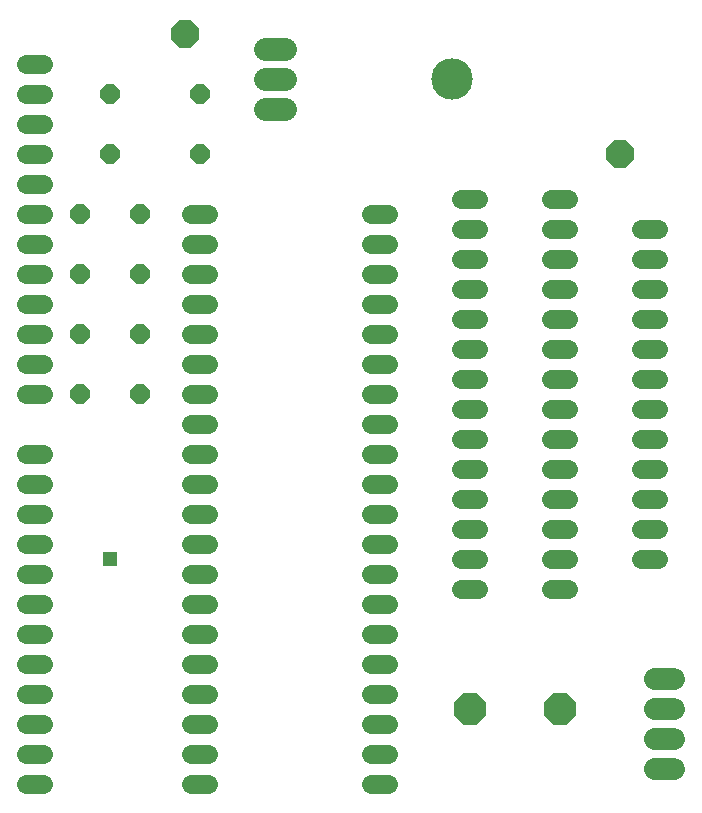
<source format=gts>
G75*
%MOIN*%
%OFA0B0*%
%FSLAX24Y24*%
%IPPOS*%
%LPD*%
%AMOC8*
5,1,8,0,0,1.08239X$1,22.5*
%
%ADD10C,0.0640*%
%ADD11OC8,0.0640*%
%ADD12OC8,0.0930*%
%ADD13C,0.0720*%
%ADD14OC8,0.1080*%
%ADD15C,0.0760*%
%ADD16C,0.1380*%
%ADD17R,0.0516X0.0516*%
D10*
X001320Y001600D02*
X001880Y001600D01*
X001880Y002600D02*
X001320Y002600D01*
X001320Y003600D02*
X001880Y003600D01*
X001880Y004600D02*
X001320Y004600D01*
X001320Y005600D02*
X001880Y005600D01*
X001880Y006600D02*
X001320Y006600D01*
X001320Y007600D02*
X001880Y007600D01*
X001880Y008600D02*
X001320Y008600D01*
X001320Y009600D02*
X001880Y009600D01*
X001880Y010600D02*
X001320Y010600D01*
X001320Y011600D02*
X001880Y011600D01*
X001880Y012600D02*
X001320Y012600D01*
X001320Y014600D02*
X001880Y014600D01*
X001880Y015600D02*
X001320Y015600D01*
X001320Y016600D02*
X001880Y016600D01*
X001880Y017600D02*
X001320Y017600D01*
X001320Y018600D02*
X001880Y018600D01*
X001880Y019600D02*
X001320Y019600D01*
X001320Y020600D02*
X001880Y020600D01*
X001880Y021600D02*
X001320Y021600D01*
X001320Y022600D02*
X001880Y022600D01*
X001880Y023600D02*
X001320Y023600D01*
X001320Y024600D02*
X001880Y024600D01*
X001880Y025600D02*
X001320Y025600D01*
X006820Y020600D02*
X007380Y020600D01*
X007380Y019600D02*
X006820Y019600D01*
X006820Y018600D02*
X007380Y018600D01*
X007380Y017600D02*
X006820Y017600D01*
X006820Y016600D02*
X007380Y016600D01*
X007380Y015600D02*
X006820Y015600D01*
X006820Y014600D02*
X007380Y014600D01*
X007380Y013600D02*
X006820Y013600D01*
X006820Y012600D02*
X007380Y012600D01*
X007380Y011600D02*
X006820Y011600D01*
X006820Y010600D02*
X007380Y010600D01*
X007380Y009600D02*
X006820Y009600D01*
X006820Y008600D02*
X007380Y008600D01*
X007380Y007600D02*
X006820Y007600D01*
X006820Y006600D02*
X007380Y006600D01*
X007380Y005600D02*
X006820Y005600D01*
X006820Y004600D02*
X007380Y004600D01*
X007380Y003600D02*
X006820Y003600D01*
X006820Y002600D02*
X007380Y002600D01*
X007380Y001600D02*
X006820Y001600D01*
X012820Y001600D02*
X013380Y001600D01*
X013380Y002600D02*
X012820Y002600D01*
X012820Y003600D02*
X013380Y003600D01*
X013380Y004600D02*
X012820Y004600D01*
X012820Y005600D02*
X013380Y005600D01*
X013380Y006600D02*
X012820Y006600D01*
X012820Y007600D02*
X013380Y007600D01*
X013380Y008600D02*
X012820Y008600D01*
X012820Y009600D02*
X013380Y009600D01*
X013380Y010600D02*
X012820Y010600D01*
X012820Y011600D02*
X013380Y011600D01*
X013380Y012600D02*
X012820Y012600D01*
X012820Y013600D02*
X013380Y013600D01*
X013380Y014600D02*
X012820Y014600D01*
X012820Y015600D02*
X013380Y015600D01*
X013380Y016600D02*
X012820Y016600D01*
X012820Y017600D02*
X013380Y017600D01*
X013380Y018600D02*
X012820Y018600D01*
X012820Y019600D02*
X013380Y019600D01*
X013380Y020600D02*
X012820Y020600D01*
X015820Y020100D02*
X016380Y020100D01*
X016380Y021100D02*
X015820Y021100D01*
X015820Y019100D02*
X016380Y019100D01*
X016380Y018100D02*
X015820Y018100D01*
X015820Y017100D02*
X016380Y017100D01*
X016380Y016100D02*
X015820Y016100D01*
X015820Y015100D02*
X016380Y015100D01*
X016380Y014100D02*
X015820Y014100D01*
X015820Y013100D02*
X016380Y013100D01*
X016380Y012100D02*
X015820Y012100D01*
X015820Y011100D02*
X016380Y011100D01*
X016380Y010100D02*
X015820Y010100D01*
X015820Y009100D02*
X016380Y009100D01*
X016380Y008100D02*
X015820Y008100D01*
X018820Y008100D02*
X019380Y008100D01*
X019380Y009100D02*
X018820Y009100D01*
X018820Y010100D02*
X019380Y010100D01*
X019380Y011100D02*
X018820Y011100D01*
X018820Y012100D02*
X019380Y012100D01*
X019380Y013100D02*
X018820Y013100D01*
X018820Y014100D02*
X019380Y014100D01*
X019380Y015100D02*
X018820Y015100D01*
X018820Y016100D02*
X019380Y016100D01*
X019380Y017100D02*
X018820Y017100D01*
X018820Y018100D02*
X019380Y018100D01*
X019380Y019100D02*
X018820Y019100D01*
X018820Y020100D02*
X019380Y020100D01*
X019380Y021100D02*
X018820Y021100D01*
X021820Y020100D02*
X022380Y020100D01*
X022380Y019100D02*
X021820Y019100D01*
X021820Y018100D02*
X022380Y018100D01*
X022380Y017100D02*
X021820Y017100D01*
X021820Y016100D02*
X022380Y016100D01*
X022380Y015100D02*
X021820Y015100D01*
X021820Y014100D02*
X022380Y014100D01*
X022380Y013100D02*
X021820Y013100D01*
X021820Y012100D02*
X022380Y012100D01*
X022380Y011100D02*
X021820Y011100D01*
X021820Y010100D02*
X022380Y010100D01*
X022380Y009100D02*
X021820Y009100D01*
D11*
X007100Y022600D03*
X007100Y024600D03*
X004100Y024600D03*
X004100Y022600D03*
X003100Y020600D03*
X003100Y018600D03*
X003100Y016600D03*
X003100Y014600D03*
X005100Y014600D03*
X005100Y016600D03*
X005100Y018600D03*
X005100Y020600D03*
D12*
X006600Y026600D03*
X021100Y022600D03*
D13*
X022280Y005100D02*
X022920Y005100D01*
X022920Y004100D02*
X022280Y004100D01*
X022280Y003100D02*
X022920Y003100D01*
X022920Y002100D02*
X022280Y002100D01*
D14*
X019100Y004100D03*
X016100Y004100D03*
D15*
X009940Y024100D02*
X009260Y024100D01*
X009260Y025100D02*
X009940Y025100D01*
X009940Y026100D02*
X009260Y026100D01*
D16*
X015500Y025100D03*
D17*
X004100Y009100D03*
M02*

</source>
